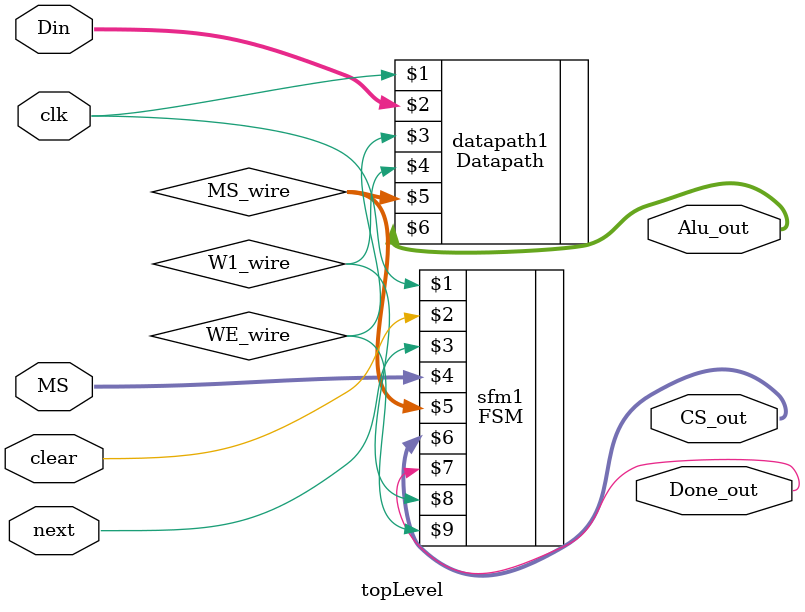
<source format=sv>
`timescale 1ns / 1ps

module topLevel(clk, clear, next, MS, Din, Done_out, CS_out, Alu_out);
	input clk, clear, next;
	input [2:0] MS;
	input [15:0] Din;
	output Done_out;
	output [2:0] CS_out;
	output [15:0] Alu_out;

	wire [2:0] MS_wire;
	wire W1_wire, WE_wire;

	FSM sfm1 (clk, clear, next, MS, MS_wire, CS_out, Done_out, W1_wire, WE_wire);
	Datapath datapath1 (clk, Din, WE_wire, W1_wire, MS_wire, Alu_out);

	
endmodule

</source>
